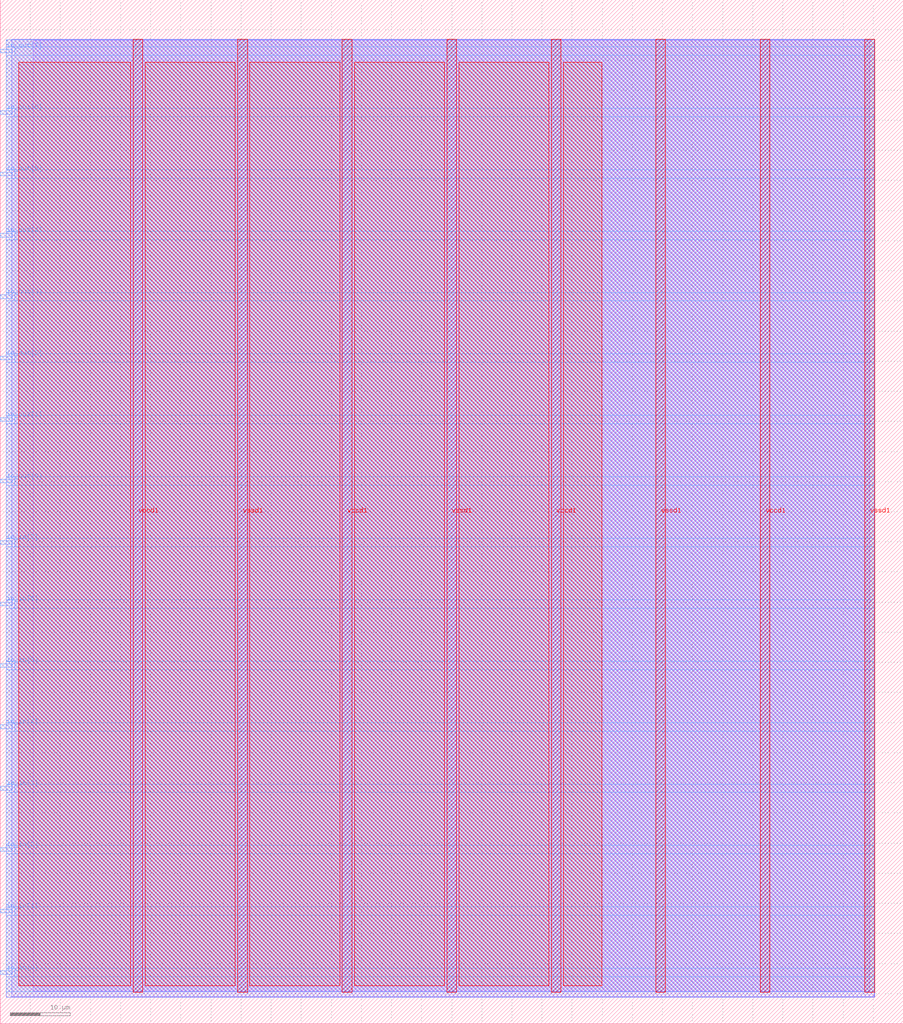
<source format=lef>
VERSION 5.7 ;
  NOWIREEXTENSIONATPIN ON ;
  DIVIDERCHAR "/" ;
  BUSBITCHARS "[]" ;
MACRO diferential_rvb3
  CLASS BLOCK ;
  FOREIGN diferential_rvb3 ;
  ORIGIN 0.000 0.000 ;
  SIZE 150.000 BY 170.000 ;
  PIN io_in[0]
    DIRECTION INPUT ;
    USE SIGNAL ;
    PORT
      LAYER met3 ;
        RECT 0.000 8.200 2.000 8.800 ;
    END
  END io_in[0]
  PIN io_in[1]
    DIRECTION INPUT ;
    USE SIGNAL ;
    PORT
      LAYER met3 ;
        RECT 0.000 18.400 2.000 19.000 ;
    END
  END io_in[1]
  PIN io_in[2]
    DIRECTION INPUT ;
    USE SIGNAL ;
    PORT
      LAYER met3 ;
        RECT 0.000 28.600 2.000 29.200 ;
    END
  END io_in[2]
  PIN io_in[3]
    DIRECTION INPUT ;
    USE SIGNAL ;
    PORT
      LAYER met3 ;
        RECT 0.000 38.800 2.000 39.400 ;
    END
  END io_in[3]
  PIN io_in[4]
    DIRECTION INPUT ;
    USE SIGNAL ;
    PORT
      LAYER met3 ;
        RECT 0.000 49.000 2.000 49.600 ;
    END
  END io_in[4]
  PIN io_in[5]
    DIRECTION INPUT ;
    USE SIGNAL ;
    PORT
      LAYER met3 ;
        RECT 0.000 59.200 2.000 59.800 ;
    END
  END io_in[5]
  PIN io_in[6]
    DIRECTION INPUT ;
    USE SIGNAL ;
    PORT
      LAYER met3 ;
        RECT 0.000 69.400 2.000 70.000 ;
    END
  END io_in[6]
  PIN io_in[7]
    DIRECTION INPUT ;
    USE SIGNAL ;
    PORT
      LAYER met3 ;
        RECT 0.000 79.600 2.000 80.200 ;
    END
  END io_in[7]
  PIN io_out[0]
    DIRECTION OUTPUT TRISTATE ;
    USE SIGNAL ;
    PORT
      LAYER met3 ;
        RECT 0.000 89.800 2.000 90.400 ;
    END
  END io_out[0]
  PIN io_out[1]
    DIRECTION OUTPUT TRISTATE ;
    USE SIGNAL ;
    PORT
      LAYER met3 ;
        RECT 0.000 100.000 2.000 100.600 ;
    END
  END io_out[1]
  PIN io_out[2]
    DIRECTION OUTPUT TRISTATE ;
    USE SIGNAL ;
    PORT
      LAYER met3 ;
        RECT 0.000 110.200 2.000 110.800 ;
    END
  END io_out[2]
  PIN io_out[3]
    DIRECTION OUTPUT TRISTATE ;
    USE SIGNAL ;
    PORT
      LAYER met3 ;
        RECT 0.000 120.400 2.000 121.000 ;
    END
  END io_out[3]
  PIN io_out[4]
    DIRECTION OUTPUT TRISTATE ;
    USE SIGNAL ;
    PORT
      LAYER met3 ;
        RECT 0.000 130.600 2.000 131.200 ;
    END
  END io_out[4]
  PIN io_out[5]
    DIRECTION OUTPUT TRISTATE ;
    USE SIGNAL ;
    PORT
      LAYER met3 ;
        RECT 0.000 140.800 2.000 141.400 ;
    END
  END io_out[5]
  PIN io_out[6]
    DIRECTION OUTPUT TRISTATE ;
    USE SIGNAL ;
    PORT
      LAYER met3 ;
        RECT 0.000 151.000 2.000 151.600 ;
    END
  END io_out[6]
  PIN io_out[7]
    DIRECTION OUTPUT TRISTATE ;
    USE SIGNAL ;
    PORT
      LAYER met3 ;
        RECT 0.000 161.200 2.000 161.800 ;
    END
  END io_out[7]
  PIN vccd1
    DIRECTION INOUT ;
    USE POWER ;
    PORT
      LAYER met4 ;
        RECT 22.085 5.200 23.685 163.440 ;
    END
    PORT
      LAYER met4 ;
        RECT 56.815 5.200 58.415 163.440 ;
    END
    PORT
      LAYER met4 ;
        RECT 91.545 5.200 93.145 163.440 ;
    END
    PORT
      LAYER met4 ;
        RECT 126.275 5.200 127.875 163.440 ;
    END
  END vccd1
  PIN vssd1
    DIRECTION INOUT ;
    USE GROUND ;
    PORT
      LAYER met4 ;
        RECT 39.450 5.200 41.050 163.440 ;
    END
    PORT
      LAYER met4 ;
        RECT 74.180 5.200 75.780 163.440 ;
    END
    PORT
      LAYER met4 ;
        RECT 108.910 5.200 110.510 163.440 ;
    END
    PORT
      LAYER met4 ;
        RECT 143.640 5.200 145.240 163.440 ;
    END
  END vssd1
  OBS
      LAYER li1 ;
        RECT 5.520 5.355 144.440 163.285 ;
      LAYER met1 ;
        RECT 1.910 4.460 145.240 163.440 ;
      LAYER met2 ;
        RECT 1.010 4.430 145.210 163.385 ;
      LAYER met3 ;
        RECT 0.985 162.200 145.230 163.365 ;
        RECT 2.400 160.800 145.230 162.200 ;
        RECT 0.985 152.000 145.230 160.800 ;
        RECT 2.400 150.600 145.230 152.000 ;
        RECT 0.985 141.800 145.230 150.600 ;
        RECT 2.400 140.400 145.230 141.800 ;
        RECT 0.985 131.600 145.230 140.400 ;
        RECT 2.400 130.200 145.230 131.600 ;
        RECT 0.985 121.400 145.230 130.200 ;
        RECT 2.400 120.000 145.230 121.400 ;
        RECT 0.985 111.200 145.230 120.000 ;
        RECT 2.400 109.800 145.230 111.200 ;
        RECT 0.985 101.000 145.230 109.800 ;
        RECT 2.400 99.600 145.230 101.000 ;
        RECT 0.985 90.800 145.230 99.600 ;
        RECT 2.400 89.400 145.230 90.800 ;
        RECT 0.985 80.600 145.230 89.400 ;
        RECT 2.400 79.200 145.230 80.600 ;
        RECT 0.985 70.400 145.230 79.200 ;
        RECT 2.400 69.000 145.230 70.400 ;
        RECT 0.985 60.200 145.230 69.000 ;
        RECT 2.400 58.800 145.230 60.200 ;
        RECT 0.985 50.000 145.230 58.800 ;
        RECT 2.400 48.600 145.230 50.000 ;
        RECT 0.985 39.800 145.230 48.600 ;
        RECT 2.400 38.400 145.230 39.800 ;
        RECT 0.985 29.600 145.230 38.400 ;
        RECT 2.400 28.200 145.230 29.600 ;
        RECT 0.985 19.400 145.230 28.200 ;
        RECT 2.400 18.000 145.230 19.400 ;
        RECT 0.985 9.200 145.230 18.000 ;
        RECT 2.400 7.800 145.230 9.200 ;
        RECT 0.985 5.275 145.230 7.800 ;
      LAYER met4 ;
        RECT 3.055 6.295 21.685 159.625 ;
        RECT 24.085 6.295 39.050 159.625 ;
        RECT 41.450 6.295 56.415 159.625 ;
        RECT 58.815 6.295 73.780 159.625 ;
        RECT 76.180 6.295 91.145 159.625 ;
        RECT 93.545 6.295 99.985 159.625 ;
  END
END diferential_rvb3
END LIBRARY


</source>
